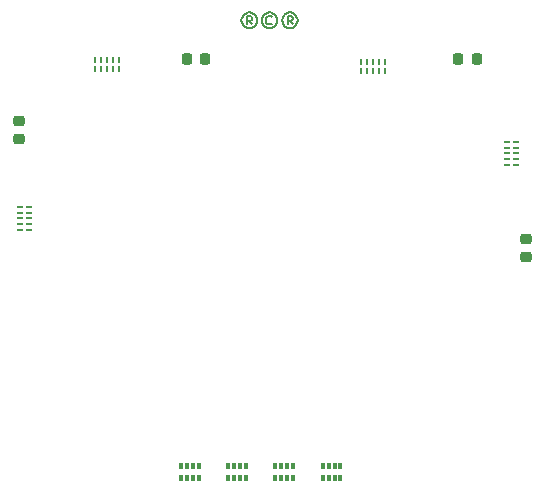
<source format=gbr>
G04 #@! TF.GenerationSoftware,KiCad,Pcbnew,6.0.7-1.fc35*
G04 #@! TF.CreationDate,2022-09-05T19:11:37-05:00*
G04 #@! TF.ProjectId,pmod-adapter,706d6f64-2d61-4646-9170-7465722e6b69,rev?*
G04 #@! TF.SameCoordinates,Original*
G04 #@! TF.FileFunction,Paste,Top*
G04 #@! TF.FilePolarity,Positive*
%FSLAX46Y46*%
G04 Gerber Fmt 4.6, Leading zero omitted, Abs format (unit mm)*
G04 Created by KiCad (PCBNEW 6.0.7-1.fc35) date 2022-09-05 19:11:37*
%MOMM*%
%LPD*%
G01*
G04 APERTURE LIST*
G04 Aperture macros list*
%AMRoundRect*
0 Rectangle with rounded corners*
0 $1 Rounding radius*
0 $2 $3 $4 $5 $6 $7 $8 $9 X,Y pos of 4 corners*
0 Add a 4 corners polygon primitive as box body*
4,1,4,$2,$3,$4,$5,$6,$7,$8,$9,$2,$3,0*
0 Add four circle primitives for the rounded corners*
1,1,$1+$1,$2,$3*
1,1,$1+$1,$4,$5*
1,1,$1+$1,$6,$7*
1,1,$1+$1,$8,$9*
0 Add four rect primitives between the rounded corners*
20,1,$1+$1,$2,$3,$4,$5,0*
20,1,$1+$1,$4,$5,$6,$7,0*
20,1,$1+$1,$6,$7,$8,$9,0*
20,1,$1+$1,$8,$9,$2,$3,0*%
G04 Aperture macros list end*
%ADD10C,0.150000*%
%ADD11R,0.400000X0.500000*%
%ADD12R,0.300000X0.500000*%
%ADD13R,0.200000X0.475000*%
%ADD14R,0.475000X0.200000*%
%ADD15RoundRect,0.225000X0.225000X0.250000X-0.225000X0.250000X-0.225000X-0.250000X0.225000X-0.250000X0*%
%ADD16RoundRect,0.225000X-0.250000X0.225000X-0.250000X-0.225000X0.250000X-0.225000X0.250000X0.225000X0*%
%ADD17RoundRect,0.225000X0.250000X-0.225000X0.250000X0.225000X-0.250000X0.225000X-0.250000X-0.225000X0*%
G04 APERTURE END LIST*
D10*
X120773809Y-63059523D02*
X120535714Y-62773809D01*
X120345238Y-63059523D02*
X120345238Y-62392857D01*
X120630952Y-62392857D01*
X120726190Y-62440476D01*
X120773809Y-62535714D01*
X120773809Y-62630952D01*
X120726190Y-62726190D01*
X120630952Y-62773809D01*
X120345238Y-62773809D01*
X120535714Y-62059523D02*
X120297619Y-62107142D01*
X120059523Y-62250000D01*
X119916666Y-62488095D01*
X119869047Y-62726190D01*
X119916666Y-62964285D01*
X120059523Y-63202380D01*
X120297619Y-63345238D01*
X120535714Y-63392857D01*
X120773809Y-63345238D01*
X121011904Y-63202380D01*
X121154761Y-62964285D01*
X121202380Y-62726190D01*
X121154761Y-62488095D01*
X121011904Y-62250000D01*
X120773809Y-62107142D01*
X120535714Y-62059523D01*
X122440476Y-62440476D02*
X122345238Y-62392857D01*
X122154761Y-62392857D01*
X122059523Y-62440476D01*
X121964285Y-62535714D01*
X121916666Y-62630952D01*
X121916666Y-62821428D01*
X121964285Y-62916666D01*
X122059523Y-63011904D01*
X122154761Y-63059523D01*
X122345238Y-63059523D01*
X122440476Y-63011904D01*
X122250000Y-62059523D02*
X122011904Y-62107142D01*
X121773809Y-62250000D01*
X121630952Y-62488095D01*
X121583333Y-62726190D01*
X121630952Y-62964285D01*
X121773809Y-63202380D01*
X122011904Y-63345238D01*
X122250000Y-63392857D01*
X122488095Y-63345238D01*
X122726190Y-63202380D01*
X122869047Y-62964285D01*
X122916666Y-62726190D01*
X122869047Y-62488095D01*
X122726190Y-62250000D01*
X122488095Y-62107142D01*
X122250000Y-62059523D01*
X124202380Y-63059523D02*
X123964285Y-62773809D01*
X123773809Y-63059523D02*
X123773809Y-62392857D01*
X124059523Y-62392857D01*
X124154761Y-62440476D01*
X124202380Y-62535714D01*
X124202380Y-62630952D01*
X124154761Y-62726190D01*
X124059523Y-62773809D01*
X123773809Y-62773809D01*
X123964285Y-62059523D02*
X123726190Y-62107142D01*
X123488095Y-62250000D01*
X123345238Y-62488095D01*
X123297619Y-62726190D01*
X123345238Y-62964285D01*
X123488095Y-63202380D01*
X123726190Y-63345238D01*
X123964285Y-63392857D01*
X124202380Y-63345238D01*
X124440476Y-63202380D01*
X124583333Y-62964285D01*
X124630952Y-62726190D01*
X124583333Y-62488095D01*
X124440476Y-62250000D01*
X124202380Y-62107142D01*
X123964285Y-62059523D01*
D11*
G04 #@! TO.C,RN8*
X114750000Y-101500000D03*
D12*
X115250000Y-101500000D03*
X115750000Y-101500000D03*
D11*
X116250000Y-101500000D03*
X116250000Y-100500000D03*
D12*
X115750000Y-100500000D03*
X115250000Y-100500000D03*
D11*
X114750000Y-100500000D03*
G04 #@! TD*
D13*
G04 #@! TO.C,D6*
X109500000Y-66887500D03*
X109500000Y-66112500D03*
X108500000Y-66112500D03*
X109000000Y-66112500D03*
X109000000Y-66887500D03*
X108000000Y-66887500D03*
X108000000Y-66112500D03*
X108500000Y-66887500D03*
X107500000Y-66887500D03*
X107500000Y-66112500D03*
G04 #@! TD*
D11*
G04 #@! TO.C,RN7*
X118750000Y-101500000D03*
D12*
X119250000Y-101500000D03*
X119750000Y-101500000D03*
D11*
X120250000Y-101500000D03*
X120250000Y-100500000D03*
D12*
X119750000Y-100500000D03*
X119250000Y-100500000D03*
D11*
X118750000Y-100500000D03*
G04 #@! TD*
D14*
G04 #@! TO.C,D2*
X142356251Y-75000000D03*
X143131251Y-75000000D03*
X143131251Y-74000000D03*
X143131251Y-74500000D03*
X142356251Y-74500000D03*
X142356251Y-73500000D03*
X143131251Y-73500000D03*
X142356251Y-74000000D03*
X143131251Y-73000000D03*
X142356251Y-73000000D03*
G04 #@! TD*
D15*
G04 #@! TO.C,C3*
X116775000Y-66000000D03*
X115225000Y-66000000D03*
G04 #@! TD*
G04 #@! TO.C,C2*
X139775000Y-66000000D03*
X138225000Y-66000000D03*
G04 #@! TD*
D16*
G04 #@! TO.C,C4*
X101000000Y-71225000D03*
X101000000Y-72775000D03*
G04 #@! TD*
D13*
G04 #@! TO.C,D4*
X132000000Y-66225000D03*
X132000000Y-67000000D03*
X131000000Y-66225000D03*
X131500000Y-67000000D03*
X131500000Y-66225000D03*
X130500000Y-67000000D03*
X130500000Y-66225000D03*
X131000000Y-67000000D03*
X130000000Y-66225000D03*
X130000000Y-67000000D03*
G04 #@! TD*
D11*
G04 #@! TO.C,RN6*
X122750000Y-101500000D03*
D12*
X123250000Y-101500000D03*
X123750000Y-101500000D03*
D11*
X124250000Y-101500000D03*
X124250000Y-100500000D03*
D12*
X123750000Y-100500000D03*
X123250000Y-100500000D03*
D11*
X122750000Y-100500000D03*
G04 #@! TD*
D17*
G04 #@! TO.C,C1*
X144000000Y-82775000D03*
X144000000Y-81225000D03*
G04 #@! TD*
D11*
G04 #@! TO.C,RN5*
X126750000Y-101500000D03*
D12*
X127250000Y-101500000D03*
X127750000Y-101500000D03*
D11*
X128250000Y-101500000D03*
X128250000Y-100500000D03*
D12*
X127750000Y-100500000D03*
X127250000Y-100500000D03*
D11*
X126750000Y-100500000D03*
G04 #@! TD*
D14*
G04 #@! TO.C,D8*
X101112500Y-78500000D03*
X101887500Y-78500000D03*
X101112500Y-79500000D03*
X101112500Y-79000000D03*
X101887500Y-79000000D03*
X101112500Y-80000000D03*
X101887500Y-80000000D03*
X101887500Y-79500000D03*
X101887500Y-80500000D03*
X101112500Y-80500000D03*
G04 #@! TD*
M02*

</source>
